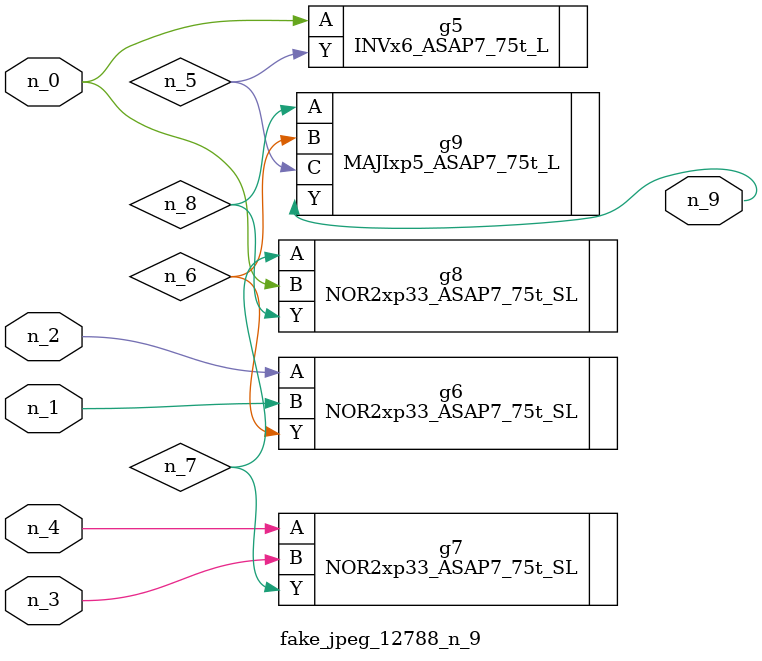
<source format=v>
module fake_jpeg_12788_n_9 (n_3, n_2, n_1, n_0, n_4, n_9);

input n_3;
input n_2;
input n_1;
input n_0;
input n_4;

output n_9;

wire n_8;
wire n_6;
wire n_5;
wire n_7;

INVx6_ASAP7_75t_L g5 ( 
.A(n_0),
.Y(n_5)
);

NOR2xp33_ASAP7_75t_SL g6 ( 
.A(n_2),
.B(n_1),
.Y(n_6)
);

NOR2xp33_ASAP7_75t_SL g7 ( 
.A(n_4),
.B(n_3),
.Y(n_7)
);

NOR2xp33_ASAP7_75t_SL g8 ( 
.A(n_7),
.B(n_0),
.Y(n_8)
);

MAJIxp5_ASAP7_75t_L g9 ( 
.A(n_8),
.B(n_6),
.C(n_5),
.Y(n_9)
);


endmodule
</source>
